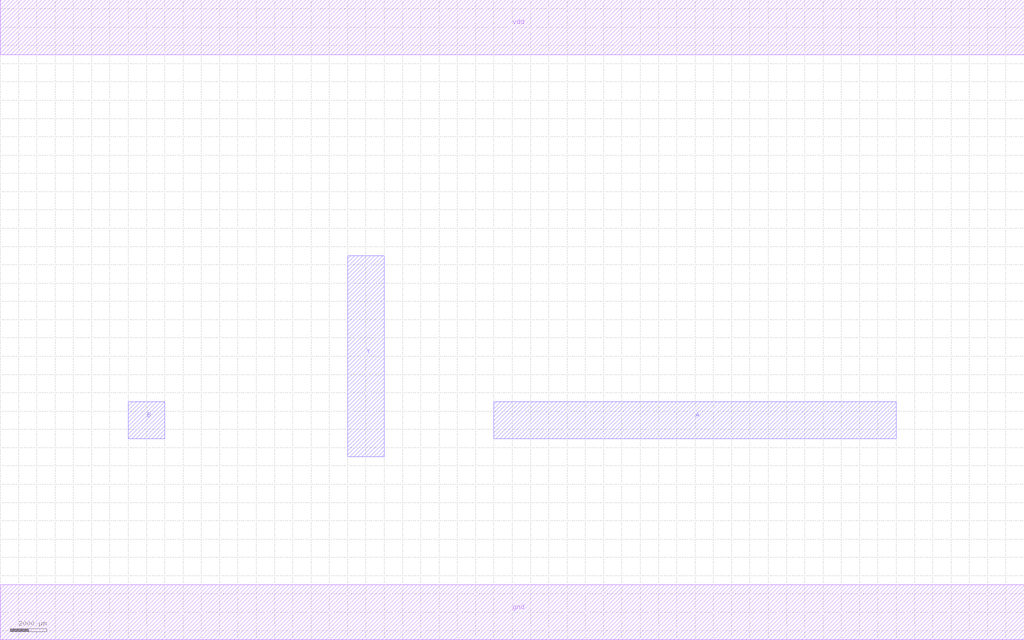
<source format=lef>
MACRO XOR2X1
 CLASS CORE ;
 ORIGIN 0 0 ;
 FOREIGN XOR2X1 0 0 ;
 SITE CORE ;
 SYMMETRY X Y R90 ;
  PIN vdd
   DIRECTION INOUT ;
   USE SIGNAL ;
   SHAPE ABUTMENT ;
    PORT
     CLASS CORE ;
       LAYER metal1 ;
        RECT 0.00000000 30500.00000000 56000.00000000 33500.00000000 ;
    END
  END vdd

  PIN gnd
   DIRECTION INOUT ;
   USE SIGNAL ;
   SHAPE ABUTMENT ;
    PORT
     CLASS CORE ;
       LAYER metal1 ;
        RECT 0.00000000 -1500.00000000 56000.00000000 1500.00000000 ;
    END
  END gnd

  PIN B
   DIRECTION INOUT ;
   USE SIGNAL ;
   SHAPE ABUTMENT ;
    PORT
     CLASS CORE ;
       LAYER metal2 ;
        RECT 7000.00000000 9500.00000000 9000.00000000 11500.00000000 ;
    END
  END B

  PIN A
   DIRECTION INOUT ;
   USE SIGNAL ;
   SHAPE ABUTMENT ;
    PORT
     CLASS CORE ;
       LAYER metal2 ;
        RECT 27000.00000000 9500.00000000 49000.00000000 11500.00000000 ;
    END
  END A

  PIN Y
   DIRECTION INOUT ;
   USE SIGNAL ;
   SHAPE ABUTMENT ;
    PORT
     CLASS CORE ;
       LAYER metal2 ;
        RECT 19000.00000000 8500.00000000 21000.00000000 19500.00000000 ;
    END
  END Y


END XOR2X1

</source>
